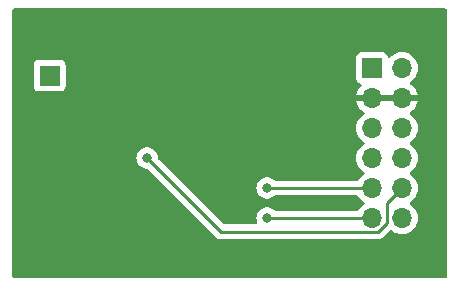
<source format=gbr>
%TF.GenerationSoftware,KiCad,Pcbnew,7.0.1*%
%TF.CreationDate,2023-03-26T17:20:59+02:00*%
%TF.ProjectId,RA01_ANT_PMOD,52413031-5f41-44e5-945f-504d4f442e6b,rev?*%
%TF.SameCoordinates,Original*%
%TF.FileFunction,Copper,L2,Bot*%
%TF.FilePolarity,Positive*%
%FSLAX46Y46*%
G04 Gerber Fmt 4.6, Leading zero omitted, Abs format (unit mm)*
G04 Created by KiCad (PCBNEW 7.0.1) date 2023-03-26 17:20:59*
%MOMM*%
%LPD*%
G01*
G04 APERTURE LIST*
%TA.AperFunction,ComponentPad*%
%ADD10R,1.700000X1.700000*%
%TD*%
%TA.AperFunction,ComponentPad*%
%ADD11O,1.700000X1.700000*%
%TD*%
%TA.AperFunction,ViaPad*%
%ADD12C,0.800000*%
%TD*%
%TA.AperFunction,Conductor*%
%ADD13C,0.250000*%
%TD*%
G04 APERTURE END LIST*
D10*
%TO.P,J1,1,Pin_1*%
%TO.N,VCC*%
X149860000Y-43180000D03*
D11*
%TO.P,J1,2,Pin_2*%
X152400000Y-43180000D03*
%TO.P,J1,3,Pin_3*%
%TO.N,GND*%
X149860000Y-45720000D03*
%TO.P,J1,4,Pin_4*%
X152400000Y-45720000D03*
%TO.P,J1,5,Pin_5*%
%TO.N,SCK*%
X149860000Y-48260000D03*
%TO.P,J1,6,Pin_6*%
%TO.N,unconnected-(J1-Pin_6-Pad6)*%
X152400000Y-48260000D03*
%TO.P,J1,7,Pin_7*%
%TO.N,MISO*%
X149860000Y-50800000D03*
%TO.P,J1,8,Pin_8*%
%TO.N,unconnected-(J1-Pin_8-Pad8)*%
X152400000Y-50800000D03*
%TO.P,J1,9,Pin_9*%
%TO.N,MOSI*%
X149860000Y-53340000D03*
%TO.P,J1,10,Pin_10*%
%TO.N,nRESET*%
X152400000Y-53340000D03*
%TO.P,J1,11,Pin_11*%
%TO.N,nCS*%
X149860000Y-55880000D03*
%TO.P,J1,12,Pin_12*%
%TO.N,DIO0*%
X152400000Y-55880000D03*
%TD*%
D10*
%TO.P,J2,1,Pin_1*%
%TO.N,Net-(J2-Pin_1)*%
X122555000Y-43815000D03*
%TD*%
D12*
%TO.N,nRESET*%
X130810000Y-50800000D03*
%TO.N,nCS*%
X140970000Y-55880000D03*
%TO.N,MOSI*%
X140970000Y-53340000D03*
%TD*%
D13*
%TO.N,nRESET*%
X151130000Y-54610000D02*
X152400000Y-53340000D01*
X151130000Y-56271701D02*
X151130000Y-54610000D01*
X130810000Y-50800000D02*
X137065000Y-57055000D01*
X137065000Y-57055000D02*
X150346701Y-57055000D01*
X150346701Y-57055000D02*
X151130000Y-56271701D01*
%TO.N,nCS*%
X149860000Y-55880000D02*
X140970000Y-55880000D01*
%TO.N,MOSI*%
X149860000Y-53340000D02*
X140970000Y-53340000D01*
%TD*%
%TA.AperFunction,Conductor*%
%TO.N,GND*%
G36*
X156121500Y-38142381D02*
G01*
X156167619Y-38188500D01*
X156184500Y-38251500D01*
X156184500Y-60808500D01*
X156167619Y-60871500D01*
X156121500Y-60917619D01*
X156058500Y-60934500D01*
X119531500Y-60934500D01*
X119468500Y-60917619D01*
X119422381Y-60871500D01*
X119405500Y-60808500D01*
X119405500Y-50800000D01*
X129904540Y-50800000D01*
X129924325Y-50988257D01*
X129982820Y-51168283D01*
X130077465Y-51332214D01*
X130077467Y-51332216D01*
X130204129Y-51472888D01*
X130357270Y-51584151D01*
X130357271Y-51584151D01*
X130357272Y-51584152D01*
X130530192Y-51661142D01*
X130530197Y-51661144D01*
X130715354Y-51700500D01*
X130773720Y-51700500D01*
X130821938Y-51710091D01*
X130862815Y-51737405D01*
X136564039Y-57438630D01*
X136576972Y-57454771D01*
X136579213Y-57456875D01*
X136579214Y-57456877D01*
X136595561Y-57472228D01*
X136628206Y-57502884D01*
X136631017Y-57505608D01*
X136650528Y-57525119D01*
X136650529Y-57525120D01*
X136653628Y-57527524D01*
X136662650Y-57535230D01*
X136694418Y-57565062D01*
X136711832Y-57574635D01*
X136728355Y-57585488D01*
X136744064Y-57597673D01*
X136784066Y-57614983D01*
X136794711Y-57620198D01*
X136800721Y-57623502D01*
X136832909Y-57641198D01*
X136852148Y-57646137D01*
X136870861Y-57652544D01*
X136889101Y-57660437D01*
X136889102Y-57660437D01*
X136889104Y-57660438D01*
X136932155Y-57667256D01*
X136943766Y-57669661D01*
X136985981Y-57680500D01*
X137005856Y-57680500D01*
X137025564Y-57682050D01*
X137045196Y-57685160D01*
X137088579Y-57681058D01*
X137100437Y-57680500D01*
X150263736Y-57680500D01*
X150284293Y-57682769D01*
X150287365Y-57682672D01*
X150287368Y-57682673D01*
X150354542Y-57680561D01*
X150358500Y-57680500D01*
X150386047Y-57680500D01*
X150386051Y-57680500D01*
X150389942Y-57680008D01*
X150401769Y-57679077D01*
X150445328Y-57677709D01*
X150464416Y-57672162D01*
X150483775Y-57668154D01*
X150503493Y-57665664D01*
X150544017Y-57649618D01*
X150555225Y-57645780D01*
X150597091Y-57633618D01*
X150614194Y-57623502D01*
X150631955Y-57614802D01*
X150650430Y-57607487D01*
X150650429Y-57607487D01*
X150650433Y-57607486D01*
X150685702Y-57581860D01*
X150695590Y-57575365D01*
X150733121Y-57553170D01*
X150747170Y-57539120D01*
X150762210Y-57526275D01*
X150767453Y-57522465D01*
X150778288Y-57514594D01*
X150806081Y-57480996D01*
X150814050Y-57472239D01*
X151359261Y-56927028D01*
X151408721Y-56896520D01*
X151466615Y-56891455D01*
X151520625Y-56912912D01*
X151540788Y-56927030D01*
X151722170Y-57054035D01*
X151836468Y-57107333D01*
X151936336Y-57153903D01*
X152019881Y-57176288D01*
X152164592Y-57215063D01*
X152400000Y-57235659D01*
X152635408Y-57215063D01*
X152863663Y-57153903D01*
X153077830Y-57054035D01*
X153271401Y-56918495D01*
X153438495Y-56751401D01*
X153574035Y-56557830D01*
X153673903Y-56343663D01*
X153735063Y-56115408D01*
X153755659Y-55880000D01*
X153735063Y-55644592D01*
X153673903Y-55416337D01*
X153574035Y-55202171D01*
X153438495Y-55008599D01*
X153438494Y-55008598D01*
X153438492Y-55008595D01*
X153271404Y-54841507D01*
X153088181Y-54713212D01*
X153048688Y-54668179D01*
X153034452Y-54609999D01*
X153048689Y-54551818D01*
X153088180Y-54506787D01*
X153271401Y-54378495D01*
X153438495Y-54211401D01*
X153574035Y-54017830D01*
X153673903Y-53803663D01*
X153735063Y-53575408D01*
X153755659Y-53340000D01*
X153735063Y-53104592D01*
X153673903Y-52876337D01*
X153574035Y-52662171D01*
X153438495Y-52468599D01*
X153438494Y-52468598D01*
X153438492Y-52468595D01*
X153271404Y-52301507D01*
X153088181Y-52173213D01*
X153048689Y-52128180D01*
X153034452Y-52070000D01*
X153048689Y-52011820D01*
X153088181Y-51966787D01*
X153271401Y-51838495D01*
X153438495Y-51671401D01*
X153574035Y-51477830D01*
X153673903Y-51263663D01*
X153735063Y-51035408D01*
X153755659Y-50800000D01*
X153735063Y-50564592D01*
X153673903Y-50336337D01*
X153574035Y-50122171D01*
X153438495Y-49928599D01*
X153438494Y-49928598D01*
X153438492Y-49928595D01*
X153271404Y-49761507D01*
X153088181Y-49633213D01*
X153048689Y-49588180D01*
X153034452Y-49530000D01*
X153048689Y-49471820D01*
X153088181Y-49426787D01*
X153271401Y-49298495D01*
X153438495Y-49131401D01*
X153574035Y-48937830D01*
X153673903Y-48723663D01*
X153735063Y-48495408D01*
X153755659Y-48260000D01*
X153735063Y-48024592D01*
X153673903Y-47796337D01*
X153574035Y-47582171D01*
X153438495Y-47388599D01*
X153438494Y-47388598D01*
X153438492Y-47388595D01*
X153271404Y-47221507D01*
X153092882Y-47096504D01*
X153051765Y-47048239D01*
X153039361Y-46986060D01*
X153058809Y-46925712D01*
X153105185Y-46882477D01*
X153145298Y-46860769D01*
X153322903Y-46722533D01*
X153475321Y-46556962D01*
X153598419Y-46368548D01*
X153688822Y-46162451D01*
X153736544Y-45974000D01*
X148523455Y-45974000D01*
X148571177Y-46162451D01*
X148661580Y-46368548D01*
X148784678Y-46556962D01*
X148937096Y-46722533D01*
X149114701Y-46860769D01*
X149154815Y-46882477D01*
X149201191Y-46925712D01*
X149220639Y-46986060D01*
X149208235Y-47048239D01*
X149167118Y-47096504D01*
X148988595Y-47221507D01*
X148821507Y-47388595D01*
X148685965Y-47582170D01*
X148586096Y-47796337D01*
X148524937Y-48024590D01*
X148504341Y-48259999D01*
X148524937Y-48495409D01*
X148586096Y-48723663D01*
X148685965Y-48937830D01*
X148821507Y-49131404D01*
X148988595Y-49298492D01*
X149171819Y-49426787D01*
X149211311Y-49471820D01*
X149225548Y-49530000D01*
X149211311Y-49588180D01*
X149171819Y-49633213D01*
X148988595Y-49761507D01*
X148821507Y-49928595D01*
X148685965Y-50122170D01*
X148586096Y-50336337D01*
X148524937Y-50564590D01*
X148504341Y-50800000D01*
X148524937Y-51035409D01*
X148586096Y-51263663D01*
X148685965Y-51477830D01*
X148821507Y-51671404D01*
X148988595Y-51838492D01*
X149171819Y-51966787D01*
X149211311Y-52011820D01*
X149225548Y-52070000D01*
X149211311Y-52128180D01*
X149171819Y-52173213D01*
X148988595Y-52301507D01*
X148821507Y-52468595D01*
X148686945Y-52660771D01*
X148641912Y-52700263D01*
X148583732Y-52714500D01*
X141674638Y-52714500D01*
X141623389Y-52703606D01*
X141581001Y-52672810D01*
X141575869Y-52667110D01*
X141422727Y-52555847D01*
X141249807Y-52478857D01*
X141249803Y-52478856D01*
X141064646Y-52439500D01*
X140875354Y-52439500D01*
X140738472Y-52468595D01*
X140690192Y-52478857D01*
X140517272Y-52555847D01*
X140364129Y-52667111D01*
X140237465Y-52807785D01*
X140142820Y-52971716D01*
X140084325Y-53151742D01*
X140064540Y-53340000D01*
X140084325Y-53528257D01*
X140142820Y-53708283D01*
X140237465Y-53872214D01*
X140331270Y-53976394D01*
X140364129Y-54012888D01*
X140517270Y-54124151D01*
X140517271Y-54124151D01*
X140517272Y-54124152D01*
X140690192Y-54201142D01*
X140690197Y-54201144D01*
X140875354Y-54240500D01*
X141064644Y-54240500D01*
X141064646Y-54240500D01*
X141249803Y-54201144D01*
X141422730Y-54124151D01*
X141575871Y-54012888D01*
X141581002Y-54007189D01*
X141623389Y-53976394D01*
X141674638Y-53965500D01*
X148583731Y-53965500D01*
X148641911Y-53979737D01*
X148686944Y-54019229D01*
X148821507Y-54211404D01*
X148988595Y-54378492D01*
X148988598Y-54378494D01*
X148988599Y-54378495D01*
X149171819Y-54506787D01*
X149211311Y-54551820D01*
X149225548Y-54610000D01*
X149211311Y-54668180D01*
X149171819Y-54713213D01*
X148988595Y-54841507D01*
X148821507Y-55008595D01*
X148686945Y-55200771D01*
X148641912Y-55240263D01*
X148583732Y-55254500D01*
X141674638Y-55254500D01*
X141623389Y-55243606D01*
X141581001Y-55212810D01*
X141575869Y-55207110D01*
X141422727Y-55095847D01*
X141249807Y-55018857D01*
X141249803Y-55018856D01*
X141064646Y-54979500D01*
X140875354Y-54979500D01*
X140738472Y-55008595D01*
X140690192Y-55018857D01*
X140517272Y-55095847D01*
X140364129Y-55207111D01*
X140237465Y-55347785D01*
X140142820Y-55511716D01*
X140084325Y-55691742D01*
X140064540Y-55880000D01*
X140084325Y-56068257D01*
X140146913Y-56260879D01*
X140144036Y-56261813D01*
X140155208Y-56303491D01*
X140138330Y-56366495D01*
X140092211Y-56412618D01*
X140029208Y-56429500D01*
X137376280Y-56429500D01*
X137328062Y-56419909D01*
X137287185Y-56392595D01*
X131749461Y-50854870D01*
X131724830Y-50820019D01*
X131713247Y-50778949D01*
X131695674Y-50611744D01*
X131695674Y-50611742D01*
X131637179Y-50431716D01*
X131542534Y-50267785D01*
X131415870Y-50127111D01*
X131262727Y-50015847D01*
X131089807Y-49938857D01*
X131089803Y-49938856D01*
X130904646Y-49899500D01*
X130715354Y-49899500D01*
X130578472Y-49928595D01*
X130530192Y-49938857D01*
X130357272Y-50015847D01*
X130204129Y-50127111D01*
X130077465Y-50267785D01*
X129982820Y-50431716D01*
X129924325Y-50611742D01*
X129904540Y-50800000D01*
X119405500Y-50800000D01*
X119405500Y-44712874D01*
X121204500Y-44712874D01*
X121210908Y-44772481D01*
X121261204Y-44907331D01*
X121347453Y-45022546D01*
X121433702Y-45087112D01*
X121462669Y-45108796D01*
X121597517Y-45159091D01*
X121657127Y-45165500D01*
X123452872Y-45165499D01*
X123452874Y-45165499D01*
X123482677Y-45162294D01*
X123512483Y-45159091D01*
X123647331Y-45108796D01*
X123762546Y-45022546D01*
X123848796Y-44907331D01*
X123899091Y-44772483D01*
X123905500Y-44712873D01*
X123905500Y-44077874D01*
X148509500Y-44077874D01*
X148515908Y-44137481D01*
X148566204Y-44272331D01*
X148652453Y-44387546D01*
X148738702Y-44452112D01*
X148767669Y-44473796D01*
X148885164Y-44517618D01*
X148935497Y-44552181D01*
X148963671Y-44606351D01*
X148963070Y-44667407D01*
X148933833Y-44721011D01*
X148784676Y-44883040D01*
X148661580Y-45071451D01*
X148571177Y-45277548D01*
X148523455Y-45465999D01*
X148523456Y-45466000D01*
X153736544Y-45466000D01*
X153736544Y-45465999D01*
X153688822Y-45277548D01*
X153598419Y-45071451D01*
X153475321Y-44883037D01*
X153322903Y-44717466D01*
X153145302Y-44579233D01*
X153105183Y-44557522D01*
X153058808Y-44514285D01*
X153039361Y-44453938D01*
X153051766Y-44391759D01*
X153092881Y-44343496D01*
X153271401Y-44218495D01*
X153438495Y-44051401D01*
X153574035Y-43857830D01*
X153673903Y-43643663D01*
X153735063Y-43415408D01*
X153755659Y-43180000D01*
X153735063Y-42944592D01*
X153673903Y-42716337D01*
X153574035Y-42502171D01*
X153438495Y-42308599D01*
X153438494Y-42308598D01*
X153438492Y-42308595D01*
X153271404Y-42141507D01*
X153077830Y-42005965D01*
X152863663Y-41906096D01*
X152635409Y-41844937D01*
X152517704Y-41834639D01*
X152400000Y-41824341D01*
X152399999Y-41824341D01*
X152164590Y-41844937D01*
X151936337Y-41906096D01*
X151722170Y-42005965D01*
X151528598Y-42141505D01*
X151408873Y-42261230D01*
X151355276Y-42293030D01*
X151292994Y-42295254D01*
X151237265Y-42267358D01*
X151201722Y-42216166D01*
X151173876Y-42141507D01*
X151153796Y-42087669D01*
X151132112Y-42058703D01*
X151067546Y-41972453D01*
X150952331Y-41886204D01*
X150841688Y-41844937D01*
X150817483Y-41835909D01*
X150757872Y-41829500D01*
X148962125Y-41829500D01*
X148902518Y-41835908D01*
X148767668Y-41886204D01*
X148652453Y-41972453D01*
X148566204Y-42087668D01*
X148515909Y-42222517D01*
X148509500Y-42282127D01*
X148509500Y-44077874D01*
X123905500Y-44077874D01*
X123905499Y-42917128D01*
X123899091Y-42857517D01*
X123848796Y-42722669D01*
X123827112Y-42693702D01*
X123762546Y-42607453D01*
X123647331Y-42521204D01*
X123647330Y-42521203D01*
X123512483Y-42470909D01*
X123452872Y-42464500D01*
X121657125Y-42464500D01*
X121597518Y-42470908D01*
X121462668Y-42521204D01*
X121347453Y-42607453D01*
X121261204Y-42722668D01*
X121210909Y-42857517D01*
X121204500Y-42917127D01*
X121204500Y-44712874D01*
X119405500Y-44712874D01*
X119405500Y-38251500D01*
X119422381Y-38188500D01*
X119468500Y-38142381D01*
X119531500Y-38125500D01*
X156058500Y-38125500D01*
X156121500Y-38142381D01*
G37*
%TD.AperFunction*%
%TD*%
M02*

</source>
